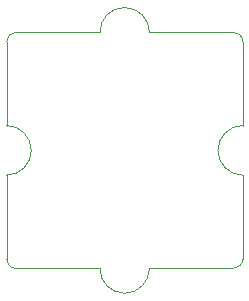
<source format=gbr>
G04 (created by PCBNEW (2013-may-18)-stable) date Sat 15 Aug 2015 05:53:37 PM CST*
%MOIN*%
G04 Gerber Fmt 3.4, Leading zero omitted, Abs format*
%FSLAX34Y34*%
G01*
G70*
G90*
G04 APERTURE LIST*
%ADD10C,0.00590551*%
%ADD11C,0.00393701*%
G04 APERTURE END LIST*
G54D10*
G54D11*
X78740Y-54291D02*
X78740Y-51496D01*
X79566Y-55118D02*
G75*
G03X78740Y-54291I-826J0D01*
G74*
G01*
X78740Y-55944D02*
G75*
G03X79566Y-55118I0J826D01*
G74*
G01*
X78740Y-58740D02*
X78740Y-55944D01*
X78740Y-58740D02*
G75*
G03X79055Y-59055I314J0D01*
G74*
G01*
X81850Y-59055D02*
X79055Y-59055D01*
X81850Y-59055D02*
G75*
G03X82677Y-59881I826J0D01*
G74*
G01*
X82677Y-59881D02*
G75*
G03X83503Y-59055I0J826D01*
G74*
G01*
X86299Y-59055D02*
X83503Y-59055D01*
X86299Y-59055D02*
G75*
G03X86614Y-58740I0J314D01*
G74*
G01*
X86614Y-55944D02*
X86614Y-58740D01*
X85787Y-55118D02*
G75*
G03X86614Y-55944I826J0D01*
G74*
G01*
X86614Y-54291D02*
G75*
G03X85787Y-55118I0J-826D01*
G74*
G01*
X86614Y-51496D02*
X86614Y-54291D01*
X86614Y-51496D02*
G75*
G03X86299Y-51181I-314J0D01*
G74*
G01*
X83503Y-51181D02*
X86299Y-51181D01*
X83503Y-51181D02*
G75*
G03X82677Y-50354I-826J0D01*
G74*
G01*
X82677Y-50354D02*
G75*
G03X81850Y-51181I0J-826D01*
G74*
G01*
X79055Y-51181D02*
X81850Y-51181D01*
X79055Y-51181D02*
G75*
G03X78740Y-51496I0J-314D01*
G74*
G01*
M02*

</source>
